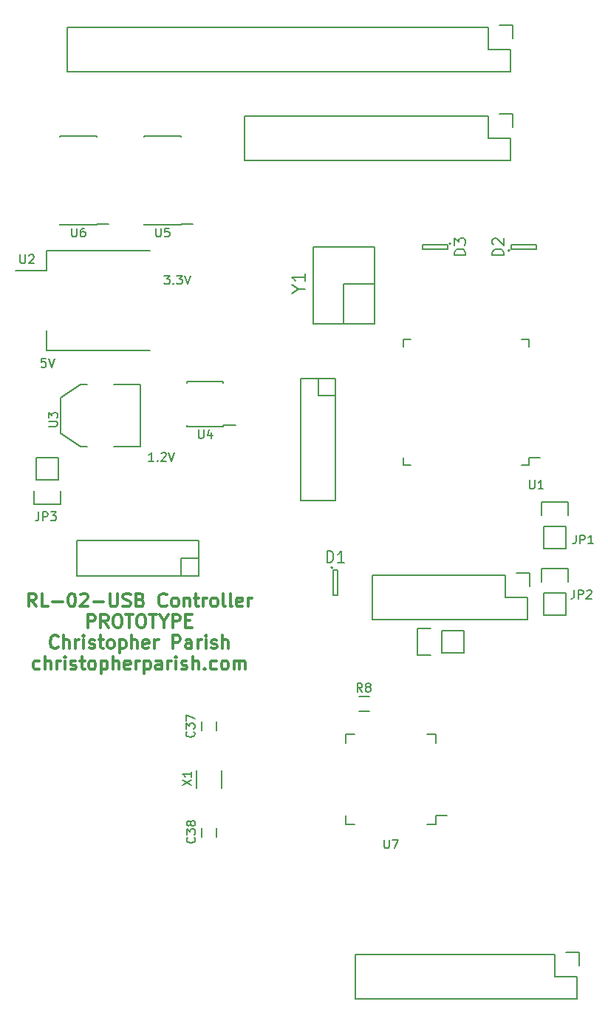
<source format=gto>
G04 #@! TF.FileFunction,Legend,Top*
%FSLAX46Y46*%
G04 Gerber Fmt 4.6, Leading zero omitted, Abs format (unit mm)*
G04 Created by KiCad (PCBNEW (2015-01-16 BZR 5376)-product) date 2015-03-11 03:36:44*
%MOMM*%
G01*
G04 APERTURE LIST*
%ADD10C,0.100000*%
%ADD11C,0.300000*%
%ADD12C,0.150000*%
%ADD13C,0.200000*%
G04 APERTURE END LIST*
D10*
D11*
X4078973Y-68604971D02*
X3578973Y-67890686D01*
X3221830Y-68604971D02*
X3221830Y-67104971D01*
X3793258Y-67104971D01*
X3936116Y-67176400D01*
X4007544Y-67247829D01*
X4078973Y-67390686D01*
X4078973Y-67604971D01*
X4007544Y-67747829D01*
X3936116Y-67819257D01*
X3793258Y-67890686D01*
X3221830Y-67890686D01*
X5436116Y-68604971D02*
X4721830Y-68604971D01*
X4721830Y-67104971D01*
X5936116Y-68033543D02*
X7078973Y-68033543D01*
X8078973Y-67104971D02*
X8221830Y-67104971D01*
X8364687Y-67176400D01*
X8436116Y-67247829D01*
X8507545Y-67390686D01*
X8578973Y-67676400D01*
X8578973Y-68033543D01*
X8507545Y-68319257D01*
X8436116Y-68462114D01*
X8364687Y-68533543D01*
X8221830Y-68604971D01*
X8078973Y-68604971D01*
X7936116Y-68533543D01*
X7864687Y-68462114D01*
X7793259Y-68319257D01*
X7721830Y-68033543D01*
X7721830Y-67676400D01*
X7793259Y-67390686D01*
X7864687Y-67247829D01*
X7936116Y-67176400D01*
X8078973Y-67104971D01*
X9150401Y-67247829D02*
X9221830Y-67176400D01*
X9364687Y-67104971D01*
X9721830Y-67104971D01*
X9864687Y-67176400D01*
X9936116Y-67247829D01*
X10007544Y-67390686D01*
X10007544Y-67533543D01*
X9936116Y-67747829D01*
X9078973Y-68604971D01*
X10007544Y-68604971D01*
X10650401Y-68033543D02*
X11793258Y-68033543D01*
X12507544Y-67104971D02*
X12507544Y-68319257D01*
X12578972Y-68462114D01*
X12650401Y-68533543D01*
X12793258Y-68604971D01*
X13078972Y-68604971D01*
X13221830Y-68533543D01*
X13293258Y-68462114D01*
X13364687Y-68319257D01*
X13364687Y-67104971D01*
X14007544Y-68533543D02*
X14221830Y-68604971D01*
X14578973Y-68604971D01*
X14721830Y-68533543D01*
X14793259Y-68462114D01*
X14864687Y-68319257D01*
X14864687Y-68176400D01*
X14793259Y-68033543D01*
X14721830Y-67962114D01*
X14578973Y-67890686D01*
X14293259Y-67819257D01*
X14150401Y-67747829D01*
X14078973Y-67676400D01*
X14007544Y-67533543D01*
X14007544Y-67390686D01*
X14078973Y-67247829D01*
X14150401Y-67176400D01*
X14293259Y-67104971D01*
X14650401Y-67104971D01*
X14864687Y-67176400D01*
X16007544Y-67819257D02*
X16221830Y-67890686D01*
X16293258Y-67962114D01*
X16364687Y-68104971D01*
X16364687Y-68319257D01*
X16293258Y-68462114D01*
X16221830Y-68533543D01*
X16078972Y-68604971D01*
X15507544Y-68604971D01*
X15507544Y-67104971D01*
X16007544Y-67104971D01*
X16150401Y-67176400D01*
X16221830Y-67247829D01*
X16293258Y-67390686D01*
X16293258Y-67533543D01*
X16221830Y-67676400D01*
X16150401Y-67747829D01*
X16007544Y-67819257D01*
X15507544Y-67819257D01*
X19007544Y-68462114D02*
X18936115Y-68533543D01*
X18721829Y-68604971D01*
X18578972Y-68604971D01*
X18364687Y-68533543D01*
X18221829Y-68390686D01*
X18150401Y-68247829D01*
X18078972Y-67962114D01*
X18078972Y-67747829D01*
X18150401Y-67462114D01*
X18221829Y-67319257D01*
X18364687Y-67176400D01*
X18578972Y-67104971D01*
X18721829Y-67104971D01*
X18936115Y-67176400D01*
X19007544Y-67247829D01*
X19864687Y-68604971D02*
X19721829Y-68533543D01*
X19650401Y-68462114D01*
X19578972Y-68319257D01*
X19578972Y-67890686D01*
X19650401Y-67747829D01*
X19721829Y-67676400D01*
X19864687Y-67604971D01*
X20078972Y-67604971D01*
X20221829Y-67676400D01*
X20293258Y-67747829D01*
X20364687Y-67890686D01*
X20364687Y-68319257D01*
X20293258Y-68462114D01*
X20221829Y-68533543D01*
X20078972Y-68604971D01*
X19864687Y-68604971D01*
X21007544Y-67604971D02*
X21007544Y-68604971D01*
X21007544Y-67747829D02*
X21078972Y-67676400D01*
X21221830Y-67604971D01*
X21436115Y-67604971D01*
X21578972Y-67676400D01*
X21650401Y-67819257D01*
X21650401Y-68604971D01*
X22150401Y-67604971D02*
X22721830Y-67604971D01*
X22364687Y-67104971D02*
X22364687Y-68390686D01*
X22436115Y-68533543D01*
X22578973Y-68604971D01*
X22721830Y-68604971D01*
X23221830Y-68604971D02*
X23221830Y-67604971D01*
X23221830Y-67890686D02*
X23293258Y-67747829D01*
X23364687Y-67676400D01*
X23507544Y-67604971D01*
X23650401Y-67604971D01*
X24364687Y-68604971D02*
X24221829Y-68533543D01*
X24150401Y-68462114D01*
X24078972Y-68319257D01*
X24078972Y-67890686D01*
X24150401Y-67747829D01*
X24221829Y-67676400D01*
X24364687Y-67604971D01*
X24578972Y-67604971D01*
X24721829Y-67676400D01*
X24793258Y-67747829D01*
X24864687Y-67890686D01*
X24864687Y-68319257D01*
X24793258Y-68462114D01*
X24721829Y-68533543D01*
X24578972Y-68604971D01*
X24364687Y-68604971D01*
X25721830Y-68604971D02*
X25578972Y-68533543D01*
X25507544Y-68390686D01*
X25507544Y-67104971D01*
X26507544Y-68604971D02*
X26364686Y-68533543D01*
X26293258Y-68390686D01*
X26293258Y-67104971D01*
X27650400Y-68533543D02*
X27507543Y-68604971D01*
X27221829Y-68604971D01*
X27078972Y-68533543D01*
X27007543Y-68390686D01*
X27007543Y-67819257D01*
X27078972Y-67676400D01*
X27221829Y-67604971D01*
X27507543Y-67604971D01*
X27650400Y-67676400D01*
X27721829Y-67819257D01*
X27721829Y-67962114D01*
X27007543Y-68104971D01*
X28364686Y-68604971D02*
X28364686Y-67604971D01*
X28364686Y-67890686D02*
X28436114Y-67747829D01*
X28507543Y-67676400D01*
X28650400Y-67604971D01*
X28793257Y-67604971D01*
X9971829Y-71004971D02*
X9971829Y-69504971D01*
X10543257Y-69504971D01*
X10686115Y-69576400D01*
X10757543Y-69647829D01*
X10828972Y-69790686D01*
X10828972Y-70004971D01*
X10757543Y-70147829D01*
X10686115Y-70219257D01*
X10543257Y-70290686D01*
X9971829Y-70290686D01*
X12328972Y-71004971D02*
X11828972Y-70290686D01*
X11471829Y-71004971D02*
X11471829Y-69504971D01*
X12043257Y-69504971D01*
X12186115Y-69576400D01*
X12257543Y-69647829D01*
X12328972Y-69790686D01*
X12328972Y-70004971D01*
X12257543Y-70147829D01*
X12186115Y-70219257D01*
X12043257Y-70290686D01*
X11471829Y-70290686D01*
X13257543Y-69504971D02*
X13543257Y-69504971D01*
X13686115Y-69576400D01*
X13828972Y-69719257D01*
X13900400Y-70004971D01*
X13900400Y-70504971D01*
X13828972Y-70790686D01*
X13686115Y-70933543D01*
X13543257Y-71004971D01*
X13257543Y-71004971D01*
X13114686Y-70933543D01*
X12971829Y-70790686D01*
X12900400Y-70504971D01*
X12900400Y-70004971D01*
X12971829Y-69719257D01*
X13114686Y-69576400D01*
X13257543Y-69504971D01*
X14328972Y-69504971D02*
X15186115Y-69504971D01*
X14757544Y-71004971D02*
X14757544Y-69504971D01*
X15971829Y-69504971D02*
X16257543Y-69504971D01*
X16400401Y-69576400D01*
X16543258Y-69719257D01*
X16614686Y-70004971D01*
X16614686Y-70504971D01*
X16543258Y-70790686D01*
X16400401Y-70933543D01*
X16257543Y-71004971D01*
X15971829Y-71004971D01*
X15828972Y-70933543D01*
X15686115Y-70790686D01*
X15614686Y-70504971D01*
X15614686Y-70004971D01*
X15686115Y-69719257D01*
X15828972Y-69576400D01*
X15971829Y-69504971D01*
X17043258Y-69504971D02*
X17900401Y-69504971D01*
X17471830Y-71004971D02*
X17471830Y-69504971D01*
X18686115Y-70290686D02*
X18686115Y-71004971D01*
X18186115Y-69504971D02*
X18686115Y-70290686D01*
X19186115Y-69504971D01*
X19686115Y-71004971D02*
X19686115Y-69504971D01*
X20257543Y-69504971D01*
X20400401Y-69576400D01*
X20471829Y-69647829D01*
X20543258Y-69790686D01*
X20543258Y-70004971D01*
X20471829Y-70147829D01*
X20400401Y-70219257D01*
X20257543Y-70290686D01*
X19686115Y-70290686D01*
X21186115Y-70219257D02*
X21686115Y-70219257D01*
X21900401Y-71004971D02*
X21186115Y-71004971D01*
X21186115Y-69504971D01*
X21900401Y-69504971D01*
X6578972Y-73262114D02*
X6507543Y-73333543D01*
X6293257Y-73404971D01*
X6150400Y-73404971D01*
X5936115Y-73333543D01*
X5793257Y-73190686D01*
X5721829Y-73047829D01*
X5650400Y-72762114D01*
X5650400Y-72547829D01*
X5721829Y-72262114D01*
X5793257Y-72119257D01*
X5936115Y-71976400D01*
X6150400Y-71904971D01*
X6293257Y-71904971D01*
X6507543Y-71976400D01*
X6578972Y-72047829D01*
X7221829Y-73404971D02*
X7221829Y-71904971D01*
X7864686Y-73404971D02*
X7864686Y-72619257D01*
X7793257Y-72476400D01*
X7650400Y-72404971D01*
X7436115Y-72404971D01*
X7293257Y-72476400D01*
X7221829Y-72547829D01*
X8578972Y-73404971D02*
X8578972Y-72404971D01*
X8578972Y-72690686D02*
X8650400Y-72547829D01*
X8721829Y-72476400D01*
X8864686Y-72404971D01*
X9007543Y-72404971D01*
X9507543Y-73404971D02*
X9507543Y-72404971D01*
X9507543Y-71904971D02*
X9436114Y-71976400D01*
X9507543Y-72047829D01*
X9578971Y-71976400D01*
X9507543Y-71904971D01*
X9507543Y-72047829D01*
X10150400Y-73333543D02*
X10293257Y-73404971D01*
X10578972Y-73404971D01*
X10721829Y-73333543D01*
X10793257Y-73190686D01*
X10793257Y-73119257D01*
X10721829Y-72976400D01*
X10578972Y-72904971D01*
X10364686Y-72904971D01*
X10221829Y-72833543D01*
X10150400Y-72690686D01*
X10150400Y-72619257D01*
X10221829Y-72476400D01*
X10364686Y-72404971D01*
X10578972Y-72404971D01*
X10721829Y-72476400D01*
X11221829Y-72404971D02*
X11793258Y-72404971D01*
X11436115Y-71904971D02*
X11436115Y-73190686D01*
X11507543Y-73333543D01*
X11650401Y-73404971D01*
X11793258Y-73404971D01*
X12507544Y-73404971D02*
X12364686Y-73333543D01*
X12293258Y-73262114D01*
X12221829Y-73119257D01*
X12221829Y-72690686D01*
X12293258Y-72547829D01*
X12364686Y-72476400D01*
X12507544Y-72404971D01*
X12721829Y-72404971D01*
X12864686Y-72476400D01*
X12936115Y-72547829D01*
X13007544Y-72690686D01*
X13007544Y-73119257D01*
X12936115Y-73262114D01*
X12864686Y-73333543D01*
X12721829Y-73404971D01*
X12507544Y-73404971D01*
X13650401Y-72404971D02*
X13650401Y-73904971D01*
X13650401Y-72476400D02*
X13793258Y-72404971D01*
X14078972Y-72404971D01*
X14221829Y-72476400D01*
X14293258Y-72547829D01*
X14364687Y-72690686D01*
X14364687Y-73119257D01*
X14293258Y-73262114D01*
X14221829Y-73333543D01*
X14078972Y-73404971D01*
X13793258Y-73404971D01*
X13650401Y-73333543D01*
X15007544Y-73404971D02*
X15007544Y-71904971D01*
X15650401Y-73404971D02*
X15650401Y-72619257D01*
X15578972Y-72476400D01*
X15436115Y-72404971D01*
X15221830Y-72404971D01*
X15078972Y-72476400D01*
X15007544Y-72547829D01*
X16936115Y-73333543D02*
X16793258Y-73404971D01*
X16507544Y-73404971D01*
X16364687Y-73333543D01*
X16293258Y-73190686D01*
X16293258Y-72619257D01*
X16364687Y-72476400D01*
X16507544Y-72404971D01*
X16793258Y-72404971D01*
X16936115Y-72476400D01*
X17007544Y-72619257D01*
X17007544Y-72762114D01*
X16293258Y-72904971D01*
X17650401Y-73404971D02*
X17650401Y-72404971D01*
X17650401Y-72690686D02*
X17721829Y-72547829D01*
X17793258Y-72476400D01*
X17936115Y-72404971D01*
X18078972Y-72404971D01*
X19721829Y-73404971D02*
X19721829Y-71904971D01*
X20293257Y-71904971D01*
X20436115Y-71976400D01*
X20507543Y-72047829D01*
X20578972Y-72190686D01*
X20578972Y-72404971D01*
X20507543Y-72547829D01*
X20436115Y-72619257D01*
X20293257Y-72690686D01*
X19721829Y-72690686D01*
X21864686Y-73404971D02*
X21864686Y-72619257D01*
X21793257Y-72476400D01*
X21650400Y-72404971D01*
X21364686Y-72404971D01*
X21221829Y-72476400D01*
X21864686Y-73333543D02*
X21721829Y-73404971D01*
X21364686Y-73404971D01*
X21221829Y-73333543D01*
X21150400Y-73190686D01*
X21150400Y-73047829D01*
X21221829Y-72904971D01*
X21364686Y-72833543D01*
X21721829Y-72833543D01*
X21864686Y-72762114D01*
X22578972Y-73404971D02*
X22578972Y-72404971D01*
X22578972Y-72690686D02*
X22650400Y-72547829D01*
X22721829Y-72476400D01*
X22864686Y-72404971D01*
X23007543Y-72404971D01*
X23507543Y-73404971D02*
X23507543Y-72404971D01*
X23507543Y-71904971D02*
X23436114Y-71976400D01*
X23507543Y-72047829D01*
X23578971Y-71976400D01*
X23507543Y-71904971D01*
X23507543Y-72047829D01*
X24150400Y-73333543D02*
X24293257Y-73404971D01*
X24578972Y-73404971D01*
X24721829Y-73333543D01*
X24793257Y-73190686D01*
X24793257Y-73119257D01*
X24721829Y-72976400D01*
X24578972Y-72904971D01*
X24364686Y-72904971D01*
X24221829Y-72833543D01*
X24150400Y-72690686D01*
X24150400Y-72619257D01*
X24221829Y-72476400D01*
X24364686Y-72404971D01*
X24578972Y-72404971D01*
X24721829Y-72476400D01*
X25436115Y-73404971D02*
X25436115Y-71904971D01*
X26078972Y-73404971D02*
X26078972Y-72619257D01*
X26007543Y-72476400D01*
X25864686Y-72404971D01*
X25650401Y-72404971D01*
X25507543Y-72476400D01*
X25436115Y-72547829D01*
X4436114Y-75733543D02*
X4293257Y-75804971D01*
X4007543Y-75804971D01*
X3864685Y-75733543D01*
X3793257Y-75662114D01*
X3721828Y-75519257D01*
X3721828Y-75090686D01*
X3793257Y-74947829D01*
X3864685Y-74876400D01*
X4007543Y-74804971D01*
X4293257Y-74804971D01*
X4436114Y-74876400D01*
X5078971Y-75804971D02*
X5078971Y-74304971D01*
X5721828Y-75804971D02*
X5721828Y-75019257D01*
X5650399Y-74876400D01*
X5507542Y-74804971D01*
X5293257Y-74804971D01*
X5150399Y-74876400D01*
X5078971Y-74947829D01*
X6436114Y-75804971D02*
X6436114Y-74804971D01*
X6436114Y-75090686D02*
X6507542Y-74947829D01*
X6578971Y-74876400D01*
X6721828Y-74804971D01*
X6864685Y-74804971D01*
X7364685Y-75804971D02*
X7364685Y-74804971D01*
X7364685Y-74304971D02*
X7293256Y-74376400D01*
X7364685Y-74447829D01*
X7436113Y-74376400D01*
X7364685Y-74304971D01*
X7364685Y-74447829D01*
X8007542Y-75733543D02*
X8150399Y-75804971D01*
X8436114Y-75804971D01*
X8578971Y-75733543D01*
X8650399Y-75590686D01*
X8650399Y-75519257D01*
X8578971Y-75376400D01*
X8436114Y-75304971D01*
X8221828Y-75304971D01*
X8078971Y-75233543D01*
X8007542Y-75090686D01*
X8007542Y-75019257D01*
X8078971Y-74876400D01*
X8221828Y-74804971D01*
X8436114Y-74804971D01*
X8578971Y-74876400D01*
X9078971Y-74804971D02*
X9650400Y-74804971D01*
X9293257Y-74304971D02*
X9293257Y-75590686D01*
X9364685Y-75733543D01*
X9507543Y-75804971D01*
X9650400Y-75804971D01*
X10364686Y-75804971D02*
X10221828Y-75733543D01*
X10150400Y-75662114D01*
X10078971Y-75519257D01*
X10078971Y-75090686D01*
X10150400Y-74947829D01*
X10221828Y-74876400D01*
X10364686Y-74804971D01*
X10578971Y-74804971D01*
X10721828Y-74876400D01*
X10793257Y-74947829D01*
X10864686Y-75090686D01*
X10864686Y-75519257D01*
X10793257Y-75662114D01*
X10721828Y-75733543D01*
X10578971Y-75804971D01*
X10364686Y-75804971D01*
X11507543Y-74804971D02*
X11507543Y-76304971D01*
X11507543Y-74876400D02*
X11650400Y-74804971D01*
X11936114Y-74804971D01*
X12078971Y-74876400D01*
X12150400Y-74947829D01*
X12221829Y-75090686D01*
X12221829Y-75519257D01*
X12150400Y-75662114D01*
X12078971Y-75733543D01*
X11936114Y-75804971D01*
X11650400Y-75804971D01*
X11507543Y-75733543D01*
X12864686Y-75804971D02*
X12864686Y-74304971D01*
X13507543Y-75804971D02*
X13507543Y-75019257D01*
X13436114Y-74876400D01*
X13293257Y-74804971D01*
X13078972Y-74804971D01*
X12936114Y-74876400D01*
X12864686Y-74947829D01*
X14793257Y-75733543D02*
X14650400Y-75804971D01*
X14364686Y-75804971D01*
X14221829Y-75733543D01*
X14150400Y-75590686D01*
X14150400Y-75019257D01*
X14221829Y-74876400D01*
X14364686Y-74804971D01*
X14650400Y-74804971D01*
X14793257Y-74876400D01*
X14864686Y-75019257D01*
X14864686Y-75162114D01*
X14150400Y-75304971D01*
X15507543Y-75804971D02*
X15507543Y-74804971D01*
X15507543Y-75090686D02*
X15578971Y-74947829D01*
X15650400Y-74876400D01*
X15793257Y-74804971D01*
X15936114Y-74804971D01*
X16436114Y-74804971D02*
X16436114Y-76304971D01*
X16436114Y-74876400D02*
X16578971Y-74804971D01*
X16864685Y-74804971D01*
X17007542Y-74876400D01*
X17078971Y-74947829D01*
X17150400Y-75090686D01*
X17150400Y-75519257D01*
X17078971Y-75662114D01*
X17007542Y-75733543D01*
X16864685Y-75804971D01*
X16578971Y-75804971D01*
X16436114Y-75733543D01*
X18436114Y-75804971D02*
X18436114Y-75019257D01*
X18364685Y-74876400D01*
X18221828Y-74804971D01*
X17936114Y-74804971D01*
X17793257Y-74876400D01*
X18436114Y-75733543D02*
X18293257Y-75804971D01*
X17936114Y-75804971D01*
X17793257Y-75733543D01*
X17721828Y-75590686D01*
X17721828Y-75447829D01*
X17793257Y-75304971D01*
X17936114Y-75233543D01*
X18293257Y-75233543D01*
X18436114Y-75162114D01*
X19150400Y-75804971D02*
X19150400Y-74804971D01*
X19150400Y-75090686D02*
X19221828Y-74947829D01*
X19293257Y-74876400D01*
X19436114Y-74804971D01*
X19578971Y-74804971D01*
X20078971Y-75804971D02*
X20078971Y-74804971D01*
X20078971Y-74304971D02*
X20007542Y-74376400D01*
X20078971Y-74447829D01*
X20150399Y-74376400D01*
X20078971Y-74304971D01*
X20078971Y-74447829D01*
X20721828Y-75733543D02*
X20864685Y-75804971D01*
X21150400Y-75804971D01*
X21293257Y-75733543D01*
X21364685Y-75590686D01*
X21364685Y-75519257D01*
X21293257Y-75376400D01*
X21150400Y-75304971D01*
X20936114Y-75304971D01*
X20793257Y-75233543D01*
X20721828Y-75090686D01*
X20721828Y-75019257D01*
X20793257Y-74876400D01*
X20936114Y-74804971D01*
X21150400Y-74804971D01*
X21293257Y-74876400D01*
X22007543Y-75804971D02*
X22007543Y-74304971D01*
X22650400Y-75804971D02*
X22650400Y-75019257D01*
X22578971Y-74876400D01*
X22436114Y-74804971D01*
X22221829Y-74804971D01*
X22078971Y-74876400D01*
X22007543Y-74947829D01*
X23364686Y-75662114D02*
X23436114Y-75733543D01*
X23364686Y-75804971D01*
X23293257Y-75733543D01*
X23364686Y-75662114D01*
X23364686Y-75804971D01*
X24721829Y-75733543D02*
X24578972Y-75804971D01*
X24293258Y-75804971D01*
X24150400Y-75733543D01*
X24078972Y-75662114D01*
X24007543Y-75519257D01*
X24007543Y-75090686D01*
X24078972Y-74947829D01*
X24150400Y-74876400D01*
X24293258Y-74804971D01*
X24578972Y-74804971D01*
X24721829Y-74876400D01*
X25578972Y-75804971D02*
X25436114Y-75733543D01*
X25364686Y-75662114D01*
X25293257Y-75519257D01*
X25293257Y-75090686D01*
X25364686Y-74947829D01*
X25436114Y-74876400D01*
X25578972Y-74804971D01*
X25793257Y-74804971D01*
X25936114Y-74876400D01*
X26007543Y-74947829D01*
X26078972Y-75090686D01*
X26078972Y-75519257D01*
X26007543Y-75662114D01*
X25936114Y-75733543D01*
X25793257Y-75804971D01*
X25578972Y-75804971D01*
X26721829Y-75804971D02*
X26721829Y-74804971D01*
X26721829Y-74947829D02*
X26793257Y-74876400D01*
X26936115Y-74804971D01*
X27150400Y-74804971D01*
X27293257Y-74876400D01*
X27364686Y-75019257D01*
X27364686Y-75804971D01*
X27364686Y-75019257D02*
X27436115Y-74876400D01*
X27578972Y-74804971D01*
X27793257Y-74804971D01*
X27936115Y-74876400D01*
X28007543Y-75019257D01*
X28007543Y-75804971D01*
D12*
X23026000Y-81796000D02*
X23026000Y-82796000D01*
X24726000Y-82796000D02*
X24726000Y-81796000D01*
X24726000Y-94988000D02*
X24726000Y-93988000D01*
X23026000Y-93988000D02*
X23026000Y-94988000D01*
X64770000Y-59436000D02*
X64770000Y-61976000D01*
X65050000Y-56616000D02*
X65050000Y-58166000D01*
X64770000Y-59436000D02*
X62230000Y-59436000D01*
X61950000Y-58166000D02*
X61950000Y-56616000D01*
X61950000Y-56616000D02*
X65050000Y-56616000D01*
X62230000Y-59436000D02*
X62230000Y-61976000D01*
X62230000Y-61976000D02*
X64770000Y-61976000D01*
X64770000Y-67056000D02*
X64770000Y-69596000D01*
X65050000Y-64236000D02*
X65050000Y-65786000D01*
X64770000Y-67056000D02*
X62230000Y-67056000D01*
X61950000Y-65786000D02*
X61950000Y-64236000D01*
X61950000Y-64236000D02*
X65050000Y-64236000D01*
X62230000Y-67056000D02*
X62230000Y-69596000D01*
X62230000Y-69596000D02*
X64770000Y-69596000D01*
X4064000Y-54102000D02*
X4064000Y-51562000D01*
X3784000Y-56922000D02*
X3784000Y-55372000D01*
X4064000Y-54102000D02*
X6604000Y-54102000D01*
X6884000Y-55372000D02*
X6884000Y-56922000D01*
X6884000Y-56922000D02*
X3784000Y-56922000D01*
X6604000Y-54102000D02*
X6604000Y-51562000D01*
X6604000Y-51562000D02*
X4064000Y-51562000D01*
X42545000Y-70104000D02*
X60325000Y-70104000D01*
X57785000Y-65024000D02*
X42545000Y-65024000D01*
X42545000Y-70104000D02*
X42545000Y-65024000D01*
X60325000Y-70104000D02*
X60325000Y-67564000D01*
X60605000Y-66294000D02*
X60605000Y-64744000D01*
X60325000Y-67564000D02*
X57785000Y-67564000D01*
X57785000Y-67564000D02*
X57785000Y-65024000D01*
X60605000Y-64744000D02*
X59055000Y-64744000D01*
X36385500Y-42466500D02*
X36385500Y-44466500D01*
X36385500Y-44466500D02*
X38385500Y-44466500D01*
X34385500Y-56466500D02*
X38385500Y-56466500D01*
X38385500Y-56466500D02*
X38385500Y-42466500D01*
X38385500Y-42466500D02*
X34385500Y-42466500D01*
X34385500Y-42466500D02*
X34385500Y-56466500D01*
X22684500Y-63055500D02*
X20684500Y-63055500D01*
X20684500Y-63055500D02*
X20684500Y-65055500D01*
X8684500Y-61055500D02*
X8684500Y-65055500D01*
X8684500Y-65055500D02*
X22684500Y-65055500D01*
X22684500Y-65055500D02*
X22684500Y-61055500D01*
X22684500Y-61055500D02*
X8684500Y-61055500D01*
X27940000Y-17526000D02*
X58420000Y-17526000D01*
X55880000Y-12446000D02*
X27940000Y-12446000D01*
X27940000Y-17526000D02*
X27940000Y-12446000D01*
X58420000Y-17526000D02*
X58420000Y-14986000D01*
X58700000Y-13716000D02*
X58700000Y-12166000D01*
X58420000Y-14986000D02*
X55880000Y-14986000D01*
X55880000Y-14986000D02*
X55880000Y-12446000D01*
X58700000Y-12166000D02*
X57150000Y-12166000D01*
X7620000Y-7366000D02*
X58420000Y-7366000D01*
X55880000Y-2286000D02*
X7620000Y-2286000D01*
X7620000Y-7366000D02*
X7620000Y-2286000D01*
X58420000Y-7366000D02*
X58420000Y-4826000D01*
X58700000Y-3556000D02*
X58700000Y-2006000D01*
X58420000Y-4826000D02*
X55880000Y-4826000D01*
X55880000Y-4826000D02*
X55880000Y-2286000D01*
X58700000Y-2006000D02*
X57150000Y-2006000D01*
X40640000Y-113538000D02*
X66040000Y-113538000D01*
X63500000Y-108458000D02*
X40640000Y-108458000D01*
X40640000Y-113538000D02*
X40640000Y-108458000D01*
X66040000Y-113538000D02*
X66040000Y-110998000D01*
X66320000Y-109728000D02*
X66320000Y-108178000D01*
X66040000Y-110998000D02*
X63500000Y-110998000D01*
X63500000Y-110998000D02*
X63500000Y-108458000D01*
X66320000Y-108178000D02*
X64770000Y-108178000D01*
X50546000Y-71374000D02*
X53086000Y-71374000D01*
X47726000Y-71094000D02*
X49276000Y-71094000D01*
X50546000Y-71374000D02*
X50546000Y-73914000D01*
X49276000Y-74194000D02*
X47726000Y-74194000D01*
X47726000Y-74194000D02*
X47726000Y-71094000D01*
X50546000Y-73914000D02*
X53086000Y-73914000D01*
X53086000Y-73914000D02*
X53086000Y-71374000D01*
X41056000Y-78881000D02*
X42256000Y-78881000D01*
X42256000Y-80631000D02*
X41056000Y-80631000D01*
X60515000Y-52387000D02*
X60515000Y-51587000D01*
X46165000Y-52387000D02*
X46165000Y-51587000D01*
X46165000Y-38037000D02*
X46165000Y-38837000D01*
X60515000Y-38037000D02*
X60515000Y-38837000D01*
X60515000Y-52387000D02*
X59715000Y-52387000D01*
X60515000Y-38037000D02*
X59715000Y-38037000D01*
X46165000Y-38037000D02*
X46965000Y-38037000D01*
X46165000Y-52387000D02*
X46965000Y-52387000D01*
X60515000Y-51587000D02*
X61790000Y-51587000D01*
X5207000Y-36950000D02*
X5207000Y-39243000D01*
X5194300Y-30106000D02*
X1651000Y-30106000D01*
X5207000Y-27813000D02*
X17088000Y-27813000D01*
X17088000Y-39243000D02*
X5207000Y-39243000D01*
X5207000Y-27813000D02*
X5207000Y-30106000D01*
X12954000Y-50292000D02*
X16002000Y-50292000D01*
X16002000Y-50292000D02*
X16002000Y-43180000D01*
X16002000Y-43180000D02*
X12954000Y-43180000D01*
X9906000Y-50292000D02*
X9144000Y-50292000D01*
X9144000Y-50292000D02*
X6858000Y-48768000D01*
X6858000Y-48768000D02*
X6858000Y-44704000D01*
X6858000Y-44704000D02*
X9144000Y-43180000D01*
X9144000Y-43180000D02*
X9906000Y-43180000D01*
X25506500Y-47977500D02*
X25506500Y-47832500D01*
X21356500Y-47977500D02*
X21356500Y-47832500D01*
X21356500Y-42827500D02*
X21356500Y-42972500D01*
X25506500Y-42827500D02*
X25506500Y-42972500D01*
X25506500Y-47977500D02*
X21356500Y-47977500D01*
X25506500Y-42827500D02*
X21356500Y-42827500D01*
X25506500Y-47832500D02*
X26906500Y-47832500D01*
X20617000Y-24887000D02*
X20617000Y-24782000D01*
X16467000Y-24887000D02*
X16467000Y-24782000D01*
X16467000Y-14737000D02*
X16467000Y-14842000D01*
X20617000Y-14737000D02*
X20617000Y-14842000D01*
X20617000Y-24887000D02*
X16467000Y-24887000D01*
X20617000Y-14737000D02*
X16467000Y-14737000D01*
X20617000Y-24782000D02*
X21992000Y-24782000D01*
X10965000Y-24887000D02*
X10965000Y-24782000D01*
X6815000Y-24887000D02*
X6815000Y-24782000D01*
X6815000Y-14737000D02*
X6815000Y-14842000D01*
X10965000Y-14737000D02*
X10965000Y-14842000D01*
X10965000Y-24887000D02*
X6815000Y-24887000D01*
X10965000Y-14737000D02*
X6815000Y-14737000D01*
X10965000Y-24782000D02*
X12340000Y-24782000D01*
X49879000Y-93567000D02*
X49879000Y-92517000D01*
X39529000Y-93567000D02*
X39529000Y-92517000D01*
X39529000Y-83217000D02*
X39529000Y-84267000D01*
X49879000Y-83217000D02*
X49879000Y-84267000D01*
X49879000Y-93567000D02*
X48829000Y-93567000D01*
X49879000Y-83217000D02*
X48829000Y-83217000D01*
X39529000Y-83217000D02*
X40579000Y-83217000D01*
X39529000Y-93567000D02*
X40579000Y-93567000D01*
X49879000Y-92517000D02*
X51154000Y-92517000D01*
X25351000Y-89392000D02*
X25351000Y-87392000D01*
X22401000Y-87392000D02*
X22401000Y-89392000D01*
X42806500Y-31686500D02*
X42556500Y-31686500D01*
X39306500Y-36186500D02*
X39306500Y-31686500D01*
X39306500Y-31686500D02*
X42556500Y-31686500D01*
X42556500Y-36186500D02*
X35806500Y-36186500D01*
X35806500Y-36186500D02*
X35806500Y-27436500D01*
X35806500Y-27436500D02*
X42556500Y-27436500D01*
X42556500Y-27436500D02*
X42806500Y-27436500D01*
X42806500Y-27436500D02*
X42806500Y-36186500D01*
X42806500Y-36186500D02*
X42556500Y-36186500D01*
X38054000Y-64149500D02*
G75*
G03X38054000Y-64149500I-100000J0D01*
G01*
X38604000Y-64399500D02*
X38104000Y-64399500D01*
X38604000Y-67299500D02*
X38604000Y-64399500D01*
X38104000Y-67299500D02*
X38604000Y-67299500D01*
X38104000Y-64399500D02*
X38104000Y-67299500D01*
X58344000Y-27832000D02*
G75*
G03X58344000Y-27832000I-100000J0D01*
G01*
X58494000Y-27182000D02*
X58494000Y-27682000D01*
X61394000Y-27182000D02*
X58494000Y-27182000D01*
X61394000Y-27682000D02*
X61394000Y-27182000D01*
X58494000Y-27682000D02*
X61394000Y-27682000D01*
X51584000Y-27032000D02*
G75*
G03X51584000Y-27032000I-100000J0D01*
G01*
X51234000Y-27682000D02*
X51234000Y-27182000D01*
X48334000Y-27682000D02*
X51234000Y-27682000D01*
X48334000Y-27182000D02*
X48334000Y-27682000D01*
X51234000Y-27182000D02*
X48334000Y-27182000D01*
X22133143Y-82938857D02*
X22180762Y-82986476D01*
X22228381Y-83129333D01*
X22228381Y-83224571D01*
X22180762Y-83367429D01*
X22085524Y-83462667D01*
X21990286Y-83510286D01*
X21799810Y-83557905D01*
X21656952Y-83557905D01*
X21466476Y-83510286D01*
X21371238Y-83462667D01*
X21276000Y-83367429D01*
X21228381Y-83224571D01*
X21228381Y-83129333D01*
X21276000Y-82986476D01*
X21323619Y-82938857D01*
X21228381Y-82605524D02*
X21228381Y-81986476D01*
X21609333Y-82319810D01*
X21609333Y-82176952D01*
X21656952Y-82081714D01*
X21704571Y-82034095D01*
X21799810Y-81986476D01*
X22037905Y-81986476D01*
X22133143Y-82034095D01*
X22180762Y-82081714D01*
X22228381Y-82176952D01*
X22228381Y-82462667D01*
X22180762Y-82557905D01*
X22133143Y-82605524D01*
X21228381Y-81653143D02*
X21228381Y-80986476D01*
X22228381Y-81415048D01*
X22201143Y-95029257D02*
X22248762Y-95076876D01*
X22296381Y-95219733D01*
X22296381Y-95314971D01*
X22248762Y-95457829D01*
X22153524Y-95553067D01*
X22058286Y-95600686D01*
X21867810Y-95648305D01*
X21724952Y-95648305D01*
X21534476Y-95600686D01*
X21439238Y-95553067D01*
X21344000Y-95457829D01*
X21296381Y-95314971D01*
X21296381Y-95219733D01*
X21344000Y-95076876D01*
X21391619Y-95029257D01*
X21296381Y-94695924D02*
X21296381Y-94076876D01*
X21677333Y-94410210D01*
X21677333Y-94267352D01*
X21724952Y-94172114D01*
X21772571Y-94124495D01*
X21867810Y-94076876D01*
X22105905Y-94076876D01*
X22201143Y-94124495D01*
X22248762Y-94172114D01*
X22296381Y-94267352D01*
X22296381Y-94553067D01*
X22248762Y-94648305D01*
X22201143Y-94695924D01*
X21724952Y-93505448D02*
X21677333Y-93600686D01*
X21629714Y-93648305D01*
X21534476Y-93695924D01*
X21486857Y-93695924D01*
X21391619Y-93648305D01*
X21344000Y-93600686D01*
X21296381Y-93505448D01*
X21296381Y-93314971D01*
X21344000Y-93219733D01*
X21391619Y-93172114D01*
X21486857Y-93124495D01*
X21534476Y-93124495D01*
X21629714Y-93172114D01*
X21677333Y-93219733D01*
X21724952Y-93314971D01*
X21724952Y-93505448D01*
X21772571Y-93600686D01*
X21820190Y-93648305D01*
X21915429Y-93695924D01*
X22105905Y-93695924D01*
X22201143Y-93648305D01*
X22248762Y-93600686D01*
X22296381Y-93505448D01*
X22296381Y-93314971D01*
X22248762Y-93219733D01*
X22201143Y-93172114D01*
X22105905Y-93124495D01*
X21915429Y-93124495D01*
X21820190Y-93172114D01*
X21772571Y-93219733D01*
X21724952Y-93314971D01*
X65917867Y-60412381D02*
X65917867Y-61126667D01*
X65870247Y-61269524D01*
X65775009Y-61364762D01*
X65632152Y-61412381D01*
X65536914Y-61412381D01*
X66394057Y-61412381D02*
X66394057Y-60412381D01*
X66775010Y-60412381D01*
X66870248Y-60460000D01*
X66917867Y-60507619D01*
X66965486Y-60602857D01*
X66965486Y-60745714D01*
X66917867Y-60840952D01*
X66870248Y-60888571D01*
X66775010Y-60936190D01*
X66394057Y-60936190D01*
X67917867Y-61412381D02*
X67346438Y-61412381D01*
X67632152Y-61412381D02*
X67632152Y-60412381D01*
X67536914Y-60555238D01*
X67441676Y-60650476D01*
X67346438Y-60698095D01*
X65714667Y-66711581D02*
X65714667Y-67425867D01*
X65667047Y-67568724D01*
X65571809Y-67663962D01*
X65428952Y-67711581D01*
X65333714Y-67711581D01*
X66190857Y-67711581D02*
X66190857Y-66711581D01*
X66571810Y-66711581D01*
X66667048Y-66759200D01*
X66714667Y-66806819D01*
X66762286Y-66902057D01*
X66762286Y-67044914D01*
X66714667Y-67140152D01*
X66667048Y-67187771D01*
X66571810Y-67235390D01*
X66190857Y-67235390D01*
X67143238Y-66806819D02*
X67190857Y-66759200D01*
X67286095Y-66711581D01*
X67524191Y-66711581D01*
X67619429Y-66759200D01*
X67667048Y-66806819D01*
X67714667Y-66902057D01*
X67714667Y-66997295D01*
X67667048Y-67140152D01*
X67095619Y-67711581D01*
X67714667Y-67711581D01*
X4348267Y-57770781D02*
X4348267Y-58485067D01*
X4300647Y-58627924D01*
X4205409Y-58723162D01*
X4062552Y-58770781D01*
X3967314Y-58770781D01*
X4824457Y-58770781D02*
X4824457Y-57770781D01*
X5205410Y-57770781D01*
X5300648Y-57818400D01*
X5348267Y-57866019D01*
X5395886Y-57961257D01*
X5395886Y-58104114D01*
X5348267Y-58199352D01*
X5300648Y-58246971D01*
X5205410Y-58294590D01*
X4824457Y-58294590D01*
X5729219Y-57770781D02*
X6348267Y-57770781D01*
X6014933Y-58151733D01*
X6157791Y-58151733D01*
X6253029Y-58199352D01*
X6300648Y-58246971D01*
X6348267Y-58342210D01*
X6348267Y-58580305D01*
X6300648Y-58675543D01*
X6253029Y-58723162D01*
X6157791Y-58770781D01*
X5872076Y-58770781D01*
X5776838Y-58723162D01*
X5729219Y-58675543D01*
X41438534Y-78379581D02*
X41105200Y-77903390D01*
X40867105Y-78379581D02*
X40867105Y-77379581D01*
X41248058Y-77379581D01*
X41343296Y-77427200D01*
X41390915Y-77474819D01*
X41438534Y-77570057D01*
X41438534Y-77712914D01*
X41390915Y-77808152D01*
X41343296Y-77855771D01*
X41248058Y-77903390D01*
X40867105Y-77903390D01*
X42009962Y-77808152D02*
X41914724Y-77760533D01*
X41867105Y-77712914D01*
X41819486Y-77617676D01*
X41819486Y-77570057D01*
X41867105Y-77474819D01*
X41914724Y-77427200D01*
X42009962Y-77379581D01*
X42200439Y-77379581D01*
X42295677Y-77427200D01*
X42343296Y-77474819D01*
X42390915Y-77570057D01*
X42390915Y-77617676D01*
X42343296Y-77712914D01*
X42295677Y-77760533D01*
X42200439Y-77808152D01*
X42009962Y-77808152D01*
X41914724Y-77855771D01*
X41867105Y-77903390D01*
X41819486Y-77998629D01*
X41819486Y-78189105D01*
X41867105Y-78284343D01*
X41914724Y-78331962D01*
X42009962Y-78379581D01*
X42200439Y-78379581D01*
X42295677Y-78331962D01*
X42343296Y-78284343D01*
X42390915Y-78189105D01*
X42390915Y-77998629D01*
X42343296Y-77903390D01*
X42295677Y-77855771D01*
X42200439Y-77808152D01*
X60604495Y-54113181D02*
X60604495Y-54922705D01*
X60652114Y-55017943D01*
X60699733Y-55065562D01*
X60794971Y-55113181D01*
X60985448Y-55113181D01*
X61080686Y-55065562D01*
X61128305Y-55017943D01*
X61175924Y-54922705D01*
X61175924Y-54113181D01*
X62175924Y-55113181D02*
X61604495Y-55113181D01*
X61890209Y-55113181D02*
X61890209Y-54113181D01*
X61794971Y-54256038D01*
X61699733Y-54351276D01*
X61604495Y-54398895D01*
X2235295Y-28306781D02*
X2235295Y-29116305D01*
X2282914Y-29211543D01*
X2330533Y-29259162D01*
X2425771Y-29306781D01*
X2616248Y-29306781D01*
X2711486Y-29259162D01*
X2759105Y-29211543D01*
X2806724Y-29116305D01*
X2806724Y-28306781D01*
X3235295Y-28402019D02*
X3282914Y-28354400D01*
X3378152Y-28306781D01*
X3616248Y-28306781D01*
X3711486Y-28354400D01*
X3759105Y-28402019D01*
X3806724Y-28497257D01*
X3806724Y-28592495D01*
X3759105Y-28735352D01*
X3187676Y-29306781D01*
X3806724Y-29306781D01*
X5497581Y-47955105D02*
X6307105Y-47955105D01*
X6402343Y-47907486D01*
X6449962Y-47859867D01*
X6497581Y-47764629D01*
X6497581Y-47574152D01*
X6449962Y-47478914D01*
X6402343Y-47431295D01*
X6307105Y-47383676D01*
X5497581Y-47383676D01*
X5497581Y-47002724D02*
X5497581Y-46383676D01*
X5878533Y-46717010D01*
X5878533Y-46574152D01*
X5926152Y-46478914D01*
X5973771Y-46431295D01*
X6069010Y-46383676D01*
X6307105Y-46383676D01*
X6402343Y-46431295D01*
X6449962Y-46478914D01*
X6497581Y-46574152D01*
X6497581Y-46859867D01*
X6449962Y-46955105D01*
X6402343Y-47002724D01*
X22669595Y-48354881D02*
X22669595Y-49164405D01*
X22717214Y-49259643D01*
X22764833Y-49307262D01*
X22860071Y-49354881D01*
X23050548Y-49354881D01*
X23145786Y-49307262D01*
X23193405Y-49259643D01*
X23241024Y-49164405D01*
X23241024Y-48354881D01*
X24145786Y-48688214D02*
X24145786Y-49354881D01*
X23907690Y-48307262D02*
X23669595Y-49021548D01*
X24288643Y-49021548D01*
X17780095Y-25264381D02*
X17780095Y-26073905D01*
X17827714Y-26169143D01*
X17875333Y-26216762D01*
X17970571Y-26264381D01*
X18161048Y-26264381D01*
X18256286Y-26216762D01*
X18303905Y-26169143D01*
X18351524Y-26073905D01*
X18351524Y-25264381D01*
X19303905Y-25264381D02*
X18827714Y-25264381D01*
X18780095Y-25740571D01*
X18827714Y-25692952D01*
X18922952Y-25645333D01*
X19161048Y-25645333D01*
X19256286Y-25692952D01*
X19303905Y-25740571D01*
X19351524Y-25835810D01*
X19351524Y-26073905D01*
X19303905Y-26169143D01*
X19256286Y-26216762D01*
X19161048Y-26264381D01*
X18922952Y-26264381D01*
X18827714Y-26216762D01*
X18780095Y-26169143D01*
X8128095Y-25264381D02*
X8128095Y-26073905D01*
X8175714Y-26169143D01*
X8223333Y-26216762D01*
X8318571Y-26264381D01*
X8509048Y-26264381D01*
X8604286Y-26216762D01*
X8651905Y-26169143D01*
X8699524Y-26073905D01*
X8699524Y-25264381D01*
X9604286Y-25264381D02*
X9413809Y-25264381D01*
X9318571Y-25312000D01*
X9270952Y-25359619D01*
X9175714Y-25502476D01*
X9128095Y-25692952D01*
X9128095Y-26073905D01*
X9175714Y-26169143D01*
X9223333Y-26216762D01*
X9318571Y-26264381D01*
X9509048Y-26264381D01*
X9604286Y-26216762D01*
X9651905Y-26169143D01*
X9699524Y-26073905D01*
X9699524Y-25835810D01*
X9651905Y-25740571D01*
X9604286Y-25692952D01*
X9509048Y-25645333D01*
X9318571Y-25645333D01*
X9223333Y-25692952D01*
X9175714Y-25740571D01*
X9128095Y-25835810D01*
X43942095Y-95294381D02*
X43942095Y-96103905D01*
X43989714Y-96199143D01*
X44037333Y-96246762D01*
X44132571Y-96294381D01*
X44323048Y-96294381D01*
X44418286Y-96246762D01*
X44465905Y-96199143D01*
X44513524Y-96103905D01*
X44513524Y-95294381D01*
X44894476Y-95294381D02*
X45561143Y-95294381D01*
X45132571Y-96294381D01*
X20839181Y-89099924D02*
X21839181Y-88433257D01*
X20839181Y-88433257D02*
X21839181Y-89099924D01*
X21839181Y-87528495D02*
X21839181Y-88099924D01*
X21839181Y-87814210D02*
X20839181Y-87814210D01*
X20982038Y-87909448D01*
X21077276Y-88004686D01*
X21124895Y-88099924D01*
X34152686Y-32261085D02*
X34866971Y-32261085D01*
X33366971Y-32761085D02*
X34152686Y-32261085D01*
X33366971Y-31761085D01*
X34866971Y-30475371D02*
X34866971Y-31332514D01*
X34866971Y-30903942D02*
X33366971Y-30903942D01*
X33581257Y-31046799D01*
X33724114Y-31189657D01*
X33795543Y-31332514D01*
X5143524Y-40193981D02*
X4667333Y-40193981D01*
X4619714Y-40670171D01*
X4667333Y-40622552D01*
X4762571Y-40574933D01*
X5000667Y-40574933D01*
X5095905Y-40622552D01*
X5143524Y-40670171D01*
X5191143Y-40765410D01*
X5191143Y-41003505D01*
X5143524Y-41098743D01*
X5095905Y-41146362D01*
X5000667Y-41193981D01*
X4762571Y-41193981D01*
X4667333Y-41146362D01*
X4619714Y-41098743D01*
X5476857Y-40193981D02*
X5810190Y-41193981D01*
X6143524Y-40193981D01*
X18742210Y-30694381D02*
X19361258Y-30694381D01*
X19027924Y-31075333D01*
X19170782Y-31075333D01*
X19266020Y-31122952D01*
X19313639Y-31170571D01*
X19361258Y-31265810D01*
X19361258Y-31503905D01*
X19313639Y-31599143D01*
X19266020Y-31646762D01*
X19170782Y-31694381D01*
X18885067Y-31694381D01*
X18789829Y-31646762D01*
X18742210Y-31599143D01*
X19789829Y-31599143D02*
X19837448Y-31646762D01*
X19789829Y-31694381D01*
X19742210Y-31646762D01*
X19789829Y-31599143D01*
X19789829Y-31694381D01*
X20170781Y-30694381D02*
X20789829Y-30694381D01*
X20456495Y-31075333D01*
X20599353Y-31075333D01*
X20694591Y-31122952D01*
X20742210Y-31170571D01*
X20789829Y-31265810D01*
X20789829Y-31503905D01*
X20742210Y-31599143D01*
X20694591Y-31646762D01*
X20599353Y-31694381D01*
X20313638Y-31694381D01*
X20218400Y-31646762D01*
X20170781Y-31599143D01*
X21075543Y-30694381D02*
X21408876Y-31694381D01*
X21742210Y-30694381D01*
X17532458Y-51963581D02*
X16961029Y-51963581D01*
X17246743Y-51963581D02*
X17246743Y-50963581D01*
X17151505Y-51106438D01*
X17056267Y-51201676D01*
X16961029Y-51249295D01*
X17961029Y-51868343D02*
X18008648Y-51915962D01*
X17961029Y-51963581D01*
X17913410Y-51915962D01*
X17961029Y-51868343D01*
X17961029Y-51963581D01*
X18389600Y-51058819D02*
X18437219Y-51011200D01*
X18532457Y-50963581D01*
X18770553Y-50963581D01*
X18865791Y-51011200D01*
X18913410Y-51058819D01*
X18961029Y-51154057D01*
X18961029Y-51249295D01*
X18913410Y-51392152D01*
X18341981Y-51963581D01*
X18961029Y-51963581D01*
X19246743Y-50963581D02*
X19580076Y-51963581D01*
X19913410Y-50963581D01*
D13*
X37394477Y-63537595D02*
X37394477Y-62237595D01*
X37704001Y-62237595D01*
X37889715Y-62299500D01*
X38013524Y-62423310D01*
X38075429Y-62547119D01*
X38137334Y-62794738D01*
X38137334Y-62980452D01*
X38075429Y-63228071D01*
X38013524Y-63351881D01*
X37889715Y-63475690D01*
X37704001Y-63537595D01*
X37394477Y-63537595D01*
X39375429Y-63537595D02*
X38632572Y-63537595D01*
X39004001Y-63537595D02*
X39004001Y-62237595D01*
X38880191Y-62423310D01*
X38756382Y-62547119D01*
X38632572Y-62609024D01*
X57632095Y-28391523D02*
X56332095Y-28391523D01*
X56332095Y-28081999D01*
X56394000Y-27896285D01*
X56517810Y-27772476D01*
X56641619Y-27710571D01*
X56889238Y-27648666D01*
X57074952Y-27648666D01*
X57322571Y-27710571D01*
X57446381Y-27772476D01*
X57570190Y-27896285D01*
X57632095Y-28081999D01*
X57632095Y-28391523D01*
X56455905Y-27153428D02*
X56394000Y-27091523D01*
X56332095Y-26967714D01*
X56332095Y-26658190D01*
X56394000Y-26534380D01*
X56455905Y-26472476D01*
X56579714Y-26410571D01*
X56703524Y-26410571D01*
X56889238Y-26472476D01*
X57632095Y-27215333D01*
X57632095Y-26410571D01*
X53272095Y-28391523D02*
X51972095Y-28391523D01*
X51972095Y-28081999D01*
X52034000Y-27896285D01*
X52157810Y-27772476D01*
X52281619Y-27710571D01*
X52529238Y-27648666D01*
X52714952Y-27648666D01*
X52962571Y-27710571D01*
X53086381Y-27772476D01*
X53210190Y-27896285D01*
X53272095Y-28081999D01*
X53272095Y-28391523D01*
X51972095Y-27215333D02*
X51972095Y-26410571D01*
X52467333Y-26843904D01*
X52467333Y-26658190D01*
X52529238Y-26534380D01*
X52591143Y-26472476D01*
X52714952Y-26410571D01*
X53024476Y-26410571D01*
X53148286Y-26472476D01*
X53210190Y-26534380D01*
X53272095Y-26658190D01*
X53272095Y-27029618D01*
X53210190Y-27153428D01*
X53148286Y-27215333D01*
M02*

</source>
